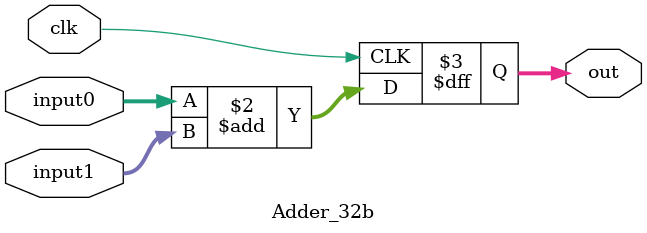
<source format=v>
module Adder_32b(input0, input1, out, clk);

    input wire [31:0] input0;
    input wire [31:0] input1;
    input wire clk;

    output reg[31:0] out;

    always@(posedge clk)
    begin
        out <= input0 + input1;
    end
endmodule

</source>
